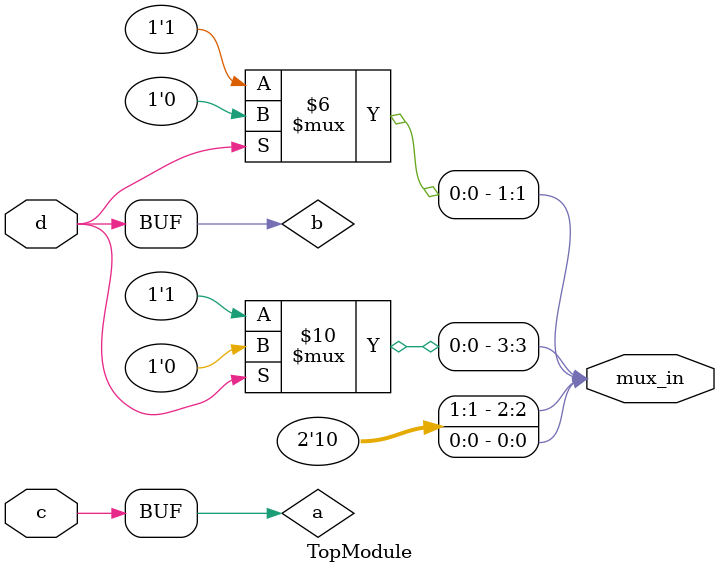
<source format=sv>
module TopModule (
    input logic c,
    input logic d,
    output logic [3:0] mux_in
);

    logic a, b;
    logic mux1_out, mux2_out;

    // Assign a and b based on c and d
    assign a = c;
    assign b = d;

    // Implementing the K-map using multiplexers
    // mux_in[0] = 0, mux_in[1] = 1, mux_in[2] = 1, mux_in[3] = 1
    // Using 2-to-1 multiplexers to create the necessary inputs for the 4-to-1 mux
    assign mux1_out = (a == 1'b0) ? 1'b0 : 1'b1; // For ab = 01 and ab = 11
    assign mux2_out = (a == 1'b0) ? 1'b1 : 1'b0; // For ab = 10

    assign mux_in[0] = 1'b0; // ab = 00
    assign mux_in[1] = (b == 1'b0) ? 1'b1 : 1'b0; // ab = 01
    assign mux_in[2] = (b == 1'b0) ? 1'b1 : 1'b1; // ab = 11
    assign mux_in[3] = (b == 1'b0) ? 1'b1 : 1'b0; // ab = 10

endmodule
</source>
